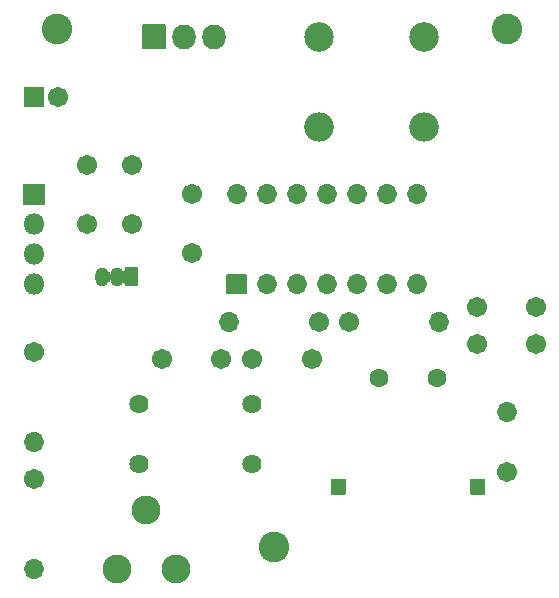
<source format=gbs>
G04 #@! TF.GenerationSoftware,KiCad,Pcbnew,5.1.9+dfsg1-1*
G04 #@! TF.CreationDate,2022-09-10T10:34:51-05:00*
G04 #@! TF.ProjectId,RockSolid,526f636b-536f-46c6-9964-2e6b69636164,rev?*
G04 #@! TF.SameCoordinates,Original*
G04 #@! TF.FileFunction,Soldermask,Bot*
G04 #@! TF.FilePolarity,Negative*
%FSLAX46Y46*%
G04 Gerber Fmt 4.6, Leading zero omitted, Abs format (unit mm)*
G04 Created by KiCad (PCBNEW 5.1.9+dfsg1-1) date 2022-09-10 10:34:51*
%MOMM*%
%LPD*%
G01*
G04 APERTURE LIST*
%ADD10O,1.702000X1.702000*%
%ADD11C,1.702000*%
%ADD12O,2.502000X2.502000*%
%ADD13C,2.502000*%
%ADD14C,2.602000*%
%ADD15C,1.602000*%
%ADD16C,1.626000*%
%ADD17O,2.007000X2.102000*%
%ADD18O,1.152000X1.602000*%
%ADD19C,2.442000*%
%ADD20O,1.802000X1.802000*%
%ADD21C,0.127000*%
G04 APERTURE END LIST*
D10*
X72390000Y-83820000D03*
D11*
X72390000Y-76200000D03*
X74390000Y-54610000D03*
G36*
G01*
X71539000Y-55410000D02*
X71539000Y-53810000D01*
G75*
G02*
X71590000Y-53759000I51000J0D01*
G01*
X73190000Y-53759000D01*
G75*
G02*
X73241000Y-53810000I0J-51000D01*
G01*
X73241000Y-55410000D01*
G75*
G02*
X73190000Y-55461000I-51000J0D01*
G01*
X71590000Y-55461000D01*
G75*
G02*
X71539000Y-55410000I0J51000D01*
G01*
G37*
D10*
X72390000Y-94615000D03*
D11*
X72390000Y-86995000D03*
D12*
X96520000Y-57150000D03*
D13*
X96520000Y-49530000D03*
D12*
X105410000Y-57150000D03*
D13*
X105410000Y-49530000D03*
D14*
X92710000Y-92710000D03*
X112395000Y-48895000D03*
X74295000Y-48895000D03*
D10*
X106680000Y-73660000D03*
D11*
X99060000Y-73660000D03*
X96520000Y-73660000D03*
D10*
X88900000Y-73660000D03*
D11*
X76835000Y-60405000D03*
X76835000Y-65405000D03*
X80645000Y-65405000D03*
X80645000Y-60405000D03*
X85725000Y-67865000D03*
X85725000Y-62865000D03*
X109855000Y-75565000D03*
X114855000Y-75565000D03*
X90885000Y-76835000D03*
X95885000Y-76835000D03*
X83185000Y-76835000D03*
X88185000Y-76835000D03*
X109855000Y-72390000D03*
X114855000Y-72390000D03*
D15*
X101600000Y-78380000D03*
X106500000Y-78380000D03*
G36*
G01*
X97499000Y-88230001D02*
X97499000Y-87029999D01*
G75*
G02*
X97549999Y-86979000I50999J0D01*
G01*
X98750001Y-86979000D01*
G75*
G02*
X98801000Y-87029999I0J-50999D01*
G01*
X98801000Y-88230001D01*
G75*
G02*
X98750001Y-88281000I-50999J0D01*
G01*
X97549999Y-88281000D01*
G75*
G02*
X97499000Y-88230001I0J50999D01*
G01*
G37*
G36*
G01*
X109299000Y-88230001D02*
X109299000Y-87029999D01*
G75*
G02*
X109349999Y-86979000I50999J0D01*
G01*
X110550001Y-86979000D01*
G75*
G02*
X110601000Y-87029999I0J-50999D01*
G01*
X110601000Y-88230001D01*
G75*
G02*
X110550001Y-88281000I-50999J0D01*
G01*
X109349999Y-88281000D01*
G75*
G02*
X109299000Y-88230001I0J50999D01*
G01*
G37*
D16*
X90805000Y-85725000D03*
X90805000Y-80645000D03*
X81280000Y-80645000D03*
X81280000Y-85725000D03*
G36*
G01*
X90335000Y-71336000D02*
X88735000Y-71336000D01*
G75*
G02*
X88684000Y-71285000I0J51000D01*
G01*
X88684000Y-69685000D01*
G75*
G02*
X88735000Y-69634000I51000J0D01*
G01*
X90335000Y-69634000D01*
G75*
G02*
X90386000Y-69685000I0J-51000D01*
G01*
X90386000Y-71285000D01*
G75*
G02*
X90335000Y-71336000I-51000J0D01*
G01*
G37*
D10*
X104775000Y-62865000D03*
X92075000Y-70485000D03*
X102235000Y-62865000D03*
X94615000Y-70485000D03*
X99695000Y-62865000D03*
X97155000Y-70485000D03*
X97155000Y-62865000D03*
X99695000Y-70485000D03*
X94615000Y-62865000D03*
X102235000Y-70485000D03*
X92075000Y-62865000D03*
X104775000Y-70485000D03*
X89535000Y-62865000D03*
G36*
G01*
X81546500Y-50530000D02*
X81546500Y-48530000D01*
G75*
G02*
X81597500Y-48479000I51000J0D01*
G01*
X83502500Y-48479000D01*
G75*
G02*
X83553500Y-48530000I0J-51000D01*
G01*
X83553500Y-50530000D01*
G75*
G02*
X83502500Y-50581000I-51000J0D01*
G01*
X81597500Y-50581000D01*
G75*
G02*
X81546500Y-50530000I0J51000D01*
G01*
G37*
D17*
X85090000Y-49530000D03*
X87630000Y-49530000D03*
D18*
X79375000Y-69850000D03*
X78105000Y-69850000D03*
G36*
G01*
X81221000Y-69100000D02*
X81221000Y-70600000D01*
G75*
G02*
X81170000Y-70651000I-51000J0D01*
G01*
X80120000Y-70651000D01*
G75*
G02*
X80069000Y-70600000I0J51000D01*
G01*
X80069000Y-69100000D01*
G75*
G02*
X80120000Y-69049000I51000J0D01*
G01*
X81170000Y-69049000D01*
G75*
G02*
X81221000Y-69100000I0J-51000D01*
G01*
G37*
D19*
X84375000Y-94615000D03*
X81875000Y-89615000D03*
X79375000Y-94615000D03*
D11*
X112395000Y-86360000D03*
D10*
X112395000Y-81280000D03*
G36*
G01*
X71489000Y-63715000D02*
X71489000Y-62015000D01*
G75*
G02*
X71540000Y-61964000I51000J0D01*
G01*
X73240000Y-61964000D01*
G75*
G02*
X73291000Y-62015000I0J-51000D01*
G01*
X73291000Y-63715000D01*
G75*
G02*
X73240000Y-63766000I-51000J0D01*
G01*
X71540000Y-63766000D01*
G75*
G02*
X71489000Y-63715000I0J51000D01*
G01*
G37*
D20*
X72390000Y-65405000D03*
X72390000Y-67945000D03*
X72390000Y-70485000D03*
D21*
G36*
X80070084Y-69216979D02*
G01*
X80071000Y-69218660D01*
X80071000Y-70481340D01*
X80070000Y-70483072D01*
X80068000Y-70483072D01*
X80067010Y-70481536D01*
X80064628Y-70457349D01*
X80057628Y-70434274D01*
X80046263Y-70413010D01*
X80030968Y-70394373D01*
X80012331Y-70379078D01*
X79991067Y-70367713D01*
X79967992Y-70360713D01*
X79944001Y-70358350D01*
X79920010Y-70360713D01*
X79896935Y-70367713D01*
X79875715Y-70379055D01*
X79851757Y-70400769D01*
X79849802Y-70401191D01*
X79848459Y-70399709D01*
X79848868Y-70398018D01*
X79852255Y-70393892D01*
X79905298Y-70294657D01*
X79937962Y-70186977D01*
X79949000Y-70074906D01*
X79949000Y-69625095D01*
X79937962Y-69513023D01*
X79905298Y-69405343D01*
X79852255Y-69306108D01*
X79850170Y-69303568D01*
X79849844Y-69301594D01*
X79851390Y-69300326D01*
X79853130Y-69300885D01*
X79865976Y-69313731D01*
X79886024Y-69327126D01*
X79908297Y-69336353D01*
X79931948Y-69341057D01*
X79956054Y-69341057D01*
X79979704Y-69336353D01*
X80001978Y-69327126D01*
X80022025Y-69313732D01*
X80039072Y-69296685D01*
X80052467Y-69276637D01*
X80061694Y-69254364D01*
X80066407Y-69230667D01*
X80067002Y-69218562D01*
X80068086Y-69216881D01*
X80070084Y-69216979D01*
G37*
G36*
X78634836Y-69396013D02*
G01*
X78644929Y-69411118D01*
X78661976Y-69428165D01*
X78682024Y-69441560D01*
X78704298Y-69450786D01*
X78727948Y-69455490D01*
X78752054Y-69455490D01*
X78775704Y-69450785D01*
X78797978Y-69441559D01*
X78818025Y-69428164D01*
X78835072Y-69411117D01*
X78845164Y-69396013D01*
X78846958Y-69395128D01*
X78848621Y-69396239D01*
X78848591Y-69398067D01*
X78844702Y-69405343D01*
X78812038Y-69513023D01*
X78801000Y-69625094D01*
X78801000Y-70074906D01*
X78812038Y-70186976D01*
X78844702Y-70294656D01*
X78848591Y-70301932D01*
X78848525Y-70303931D01*
X78846762Y-70304874D01*
X78845164Y-70303986D01*
X78835071Y-70288881D01*
X78818024Y-70271834D01*
X78797976Y-70258439D01*
X78775702Y-70249213D01*
X78752052Y-70244509D01*
X78727946Y-70244509D01*
X78704296Y-70249214D01*
X78682022Y-70258440D01*
X78661975Y-70271835D01*
X78644928Y-70288882D01*
X78634839Y-70303982D01*
X78633045Y-70304867D01*
X78631382Y-70303756D01*
X78631412Y-70301928D01*
X78635298Y-70294657D01*
X78667962Y-70186977D01*
X78679000Y-70074906D01*
X78679000Y-69625095D01*
X78667962Y-69513023D01*
X78635298Y-69405343D01*
X78631409Y-69398067D01*
X78631475Y-69396068D01*
X78633238Y-69395125D01*
X78634836Y-69396013D01*
G37*
M02*

</source>
